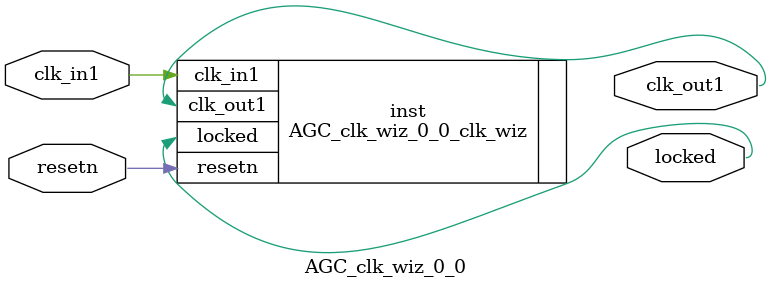
<source format=v>


`timescale 1ps/1ps

(* CORE_GENERATION_INFO = "AGC_clk_wiz_0_0,clk_wiz_v6_0_13_0_0,{component_name=AGC_clk_wiz_0_0,use_phase_alignment=true,use_min_o_jitter=false,use_max_i_jitter=false,use_dyn_phase_shift=false,use_inclk_switchover=false,use_dyn_reconfig=false,enable_axi=0,feedback_source=FDBK_AUTO,PRIMITIVE=PLL,num_out_clk=1,clkin1_period=20.000,clkin2_period=10.0,use_power_down=false,use_reset=true,use_locked=true,use_inclk_stopped=false,feedback_type=SINGLE,CLOCK_MGR_TYPE=NA,manual_override=false}" *)

module AGC_clk_wiz_0_0 
 (
  // Clock out ports
  output        clk_out1,
  // Status and control signals
  input         resetn,
  output        locked,
 // Clock in ports
  input         clk_in1
 );

  AGC_clk_wiz_0_0_clk_wiz inst
  (
  // Clock out ports  
  .clk_out1(clk_out1),
  // Status and control signals               
  .resetn(resetn), 
  .locked(locked),
 // Clock in ports
  .clk_in1(clk_in1)
  );

endmodule

</source>
